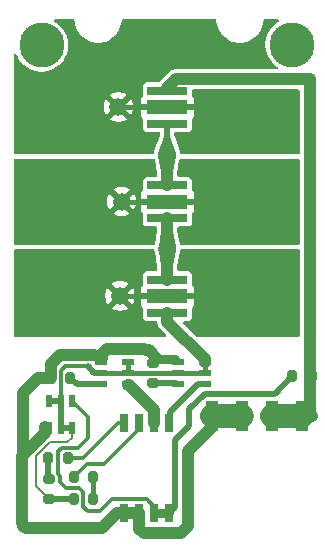
<source format=gbr>
%TF.GenerationSoftware,KiCad,Pcbnew,9.0.2*%
%TF.CreationDate,2025-07-08T20:16:39+08:00*%
%TF.ProjectId,Mothbeam,4d6f7468-6265-4616-9d2e-6b696361645f,rev?*%
%TF.SameCoordinates,Original*%
%TF.FileFunction,Copper,L1,Top*%
%TF.FilePolarity,Positive*%
%FSLAX46Y46*%
G04 Gerber Fmt 4.6, Leading zero omitted, Abs format (unit mm)*
G04 Created by KiCad (PCBNEW 9.0.2) date 2025-07-08 20:16:39*
%MOMM*%
%LPD*%
G01*
G04 APERTURE LIST*
G04 Aperture macros list*
%AMRoundRect*
0 Rectangle with rounded corners*
0 $1 Rounding radius*
0 $2 $3 $4 $5 $6 $7 $8 $9 X,Y pos of 4 corners*
0 Add a 4 corners polygon primitive as box body*
4,1,4,$2,$3,$4,$5,$6,$7,$8,$9,$2,$3,0*
0 Add four circle primitives for the rounded corners*
1,1,$1+$1,$2,$3*
1,1,$1+$1,$4,$5*
1,1,$1+$1,$6,$7*
1,1,$1+$1,$8,$9*
0 Add four rect primitives between the rounded corners*
20,1,$1+$1,$2,$3,$4,$5,0*
20,1,$1+$1,$4,$5,$6,$7,0*
20,1,$1+$1,$6,$7,$8,$9,0*
20,1,$1+$1,$8,$9,$2,$3,0*%
G04 Aperture macros list end*
%TA.AperFunction,Conductor*%
%ADD10C,0.200000*%
%TD*%
%TA.AperFunction,ComponentPad*%
%ADD11C,3.800000*%
%TD*%
%TA.AperFunction,SMDPad,CuDef*%
%ADD12R,0.760000X1.500000*%
%TD*%
%TA.AperFunction,SMDPad,CuDef*%
%ADD13RoundRect,0.200000X0.200000X0.275000X-0.200000X0.275000X-0.200000X-0.275000X0.200000X-0.275000X0*%
%TD*%
%TA.AperFunction,SMDPad,CuDef*%
%ADD14C,1.500000*%
%TD*%
%TA.AperFunction,SMDPad,CuDef*%
%ADD15R,0.530000X1.070000*%
%TD*%
%TA.AperFunction,SMDPad,CuDef*%
%ADD16RoundRect,0.200000X0.275000X-0.200000X0.275000X0.200000X-0.275000X0.200000X-0.275000X-0.200000X0*%
%TD*%
%TA.AperFunction,SMDPad,CuDef*%
%ADD17RoundRect,0.200000X-0.200000X-0.275000X0.200000X-0.275000X0.200000X0.275000X-0.200000X0.275000X0*%
%TD*%
%TA.AperFunction,SMDPad,CuDef*%
%ADD18R,1.000000X2.540000*%
%TD*%
%TA.AperFunction,SMDPad,CuDef*%
%ADD19R,3.450000X0.700000*%
%TD*%
%TA.AperFunction,SMDPad,CuDef*%
%ADD20R,3.450000X1.300000*%
%TD*%
%TA.AperFunction,SMDPad,CuDef*%
%ADD21R,1.070000X0.530000*%
%TD*%
%TA.AperFunction,Conductor*%
%ADD22C,0.203200*%
%TD*%
%TA.AperFunction,Conductor*%
%ADD23C,0.500000*%
%TD*%
%TA.AperFunction,Conductor*%
%ADD24C,0.304800*%
%TD*%
%TA.AperFunction,Conductor*%
%ADD25C,0.400000*%
%TD*%
%TA.AperFunction,Conductor*%
%ADD26C,1.000000*%
%TD*%
%TA.AperFunction,Conductor*%
%ADD27C,2.032000*%
%TD*%
%TA.AperFunction,Conductor*%
%ADD28C,0.800000*%
%TD*%
%TA.AperFunction,Conductor*%
%ADD29C,0.250000*%
%TD*%
G04 APERTURE END LIST*
D10*
%TO.N,/LED-*%
X7850000Y44650000D02*
X7800000Y44600000D01*
%TD*%
D11*
%TO.P,REF\u002A\u002A,1*%
%TO.N,N/C*%
X-2900000Y67300000D03*
%TD*%
D12*
%TO.P,SW2,1,1*%
%TO.N,Net-(U3-EN)*%
X7921776Y35283463D03*
%TO.P,SW2,2,2*%
%TO.N,Net-(U2-EN)*%
X6651776Y35283463D03*
%TO.P,SW2,3,3*%
%TO.N,Net-(R6-Pad2)*%
X5381776Y35283463D03*
%TO.P,SW2,4,4*%
%TO.N,Net-(R4-Pad2)*%
X4101776Y35283463D03*
%TO.P,SW2,5,5*%
%TO.N,GND*%
X4101776Y27663463D03*
%TO.P,SW2,6,6*%
X5381776Y27663463D03*
%TO.P,SW2,7,7*%
%TO.N,EN*%
X6651776Y27663463D03*
%TO.P,SW2,8,8*%
X7921776Y27663463D03*
%TD*%
D13*
%TO.P,R6,1*%
%TO.N,Net-(R2-Pad2)*%
X1475000Y30700000D03*
%TO.P,R6,2*%
%TO.N,Net-(R6-Pad2)*%
X-175000Y30700000D03*
%TD*%
D11*
%TO.P,REF\u002A\u002A,1*%
%TO.N,N/C*%
X18300000Y67350000D03*
%TD*%
D13*
%TO.P,R9,1*%
%TO.N,Net-(U2-REXT)*%
X-465893Y39150000D03*
%TO.P,R9,2*%
%TO.N,GND*%
X-2115893Y39150000D03*
%TD*%
D14*
%TO.P,TP1,1,1*%
%TO.N,Net-(D2-A)*%
X7750000Y50050000D03*
%TD*%
%TO.P,TP2,1,1*%
%TO.N,/T1*%
X3610000Y62060000D03*
%TD*%
%TO.P,TP5,1,1*%
%TO.N,/T3*%
X3740000Y46070000D03*
%TD*%
D15*
%TO.P,U1,1,EN*%
%TO.N,EN*%
X-340893Y37150000D03*
%TO.P,U1,2,OUT*%
%TO.N,/LED-*%
X-1290893Y37150000D03*
%TO.P,U1,3,OUT*%
X-2240893Y37150000D03*
%TO.P,U1,4,GND*%
%TO.N,GND*%
X-2240893Y34850000D03*
%TO.P,U1,5,OUT*%
%TO.N,/LED-*%
X-1290893Y34850000D03*
%TO.P,U1,6,REXT*%
X-340893Y34850000D03*
%TD*%
D14*
%TO.P,TP3,1,1*%
%TO.N,Net-(D1--)*%
X7724600Y58050000D03*
%TD*%
D16*
%TO.P,R1,1*%
%TO.N,Net-(U3-REXT)*%
X6537500Y38725000D03*
%TO.P,R1,2*%
%TO.N,GND*%
X6537500Y40375000D03*
%TD*%
D17*
%TO.P,R4,1*%
%TO.N,Net-(R3-Pad2)*%
X-2325000Y32350000D03*
%TO.P,R4,2*%
%TO.N,Net-(R4-Pad2)*%
X-675000Y32350000D03*
%TD*%
D18*
%TO.P,CN1,1,1*%
%TO.N,GND*%
X11540000Y35877500D03*
%TO.P,CN1,2,2*%
X14080000Y35877500D03*
%TO.P,CN1,3,3*%
%TO.N,/LED+*%
X16620000Y35877500D03*
%TO.P,CN1,4,4*%
X19160000Y35877500D03*
%TD*%
D13*
%TO.P,R5,1*%
%TO.N,/LED+*%
X19975000Y39300000D03*
%TO.P,R5,2*%
%TO.N,EN*%
X18325000Y39300000D03*
%TD*%
D19*
%TO.P,D1,1,+*%
%TO.N,/LED+*%
X7750000Y63450000D03*
%TO.P,D1,2,-*%
%TO.N,Net-(D1--)*%
X7750000Y60650000D03*
D20*
%TO.P,D1,3,nc*%
%TO.N,/T1*%
X7750000Y62050000D03*
%TD*%
D21*
%TO.P,U2,1,EN*%
%TO.N,Net-(U2-EN)*%
X4437500Y38600000D03*
%TO.P,U2,2,OUT*%
%TO.N,/LED-*%
X4437500Y39550000D03*
%TO.P,U2,3,OUT*%
X4437500Y40500000D03*
%TO.P,U2,4,GND*%
%TO.N,GND*%
X2137500Y40500000D03*
%TO.P,U2,5,OUT*%
%TO.N,/LED-*%
X2137500Y39550000D03*
%TO.P,U2,6,REXT*%
%TO.N,Net-(U2-REXT)*%
X2137500Y38600000D03*
%TD*%
D16*
%TO.P,R3,1*%
%TO.N,/LED-*%
X-2300000Y28900000D03*
%TO.P,R3,2*%
%TO.N,Net-(R3-Pad2)*%
X-2300000Y30550000D03*
%TD*%
D19*
%TO.P,D2,1,A*%
%TO.N,Net-(D1--)*%
X7750000Y55450000D03*
%TO.P,D2,2,K*%
%TO.N,Net-(D2-A)*%
X7750000Y52650000D03*
D20*
%TO.P,D2,3,3*%
%TO.N,/T2*%
X7750000Y54050000D03*
%TD*%
D14*
%TO.P,TP4,1,1*%
%TO.N,/T2*%
X3870000Y54050000D03*
%TD*%
D19*
%TO.P,D3,1,+*%
%TO.N,Net-(D2-A)*%
X7750000Y47450000D03*
%TO.P,D3,2,-*%
%TO.N,/LED-*%
X7750000Y44650000D03*
D20*
%TO.P,D3,3,nc*%
%TO.N,/T3*%
X7750000Y46050000D03*
%TD*%
D17*
%TO.P,R2,1*%
%TO.N,/LED-*%
X-175000Y28900000D03*
%TO.P,R2,2*%
%TO.N,Net-(R2-Pad2)*%
X1475000Y28900000D03*
%TD*%
D21*
%TO.P,U3,1,EN*%
%TO.N,Net-(U3-EN)*%
X10937500Y38600000D03*
%TO.P,U3,2,OUT*%
%TO.N,/LED-*%
X10937500Y39550000D03*
%TO.P,U3,3,OUT*%
X10937500Y40500000D03*
%TO.P,U3,4,GND*%
%TO.N,GND*%
X8637500Y40500000D03*
%TO.P,U3,5,OUT*%
%TO.N,/LED-*%
X8637500Y39550000D03*
%TO.P,U3,6,REXT*%
%TO.N,Net-(U3-REXT)*%
X8637500Y38600000D03*
%TD*%
D22*
%TO.N,/LED-*%
X-2225121Y33678933D02*
X-711961Y33678933D01*
D23*
X-175000Y28900000D02*
X-2300000Y28900000D01*
D24*
X-1250000Y39750000D02*
X-900000Y40100000D01*
D22*
X-2300000Y28900000D02*
X-3400000Y30000000D01*
D25*
X4437500Y39550000D02*
X4437500Y40500000D01*
D24*
X-1250000Y37190893D02*
X-1250000Y39750000D01*
D25*
X4437500Y39550000D02*
X8637500Y39550000D01*
D22*
X-3400000Y32504054D02*
X-2225121Y33678933D01*
D26*
X10937500Y40500000D02*
X10937500Y40712500D01*
X7750000Y43900000D02*
X7750000Y44650000D01*
D23*
X-1290893Y34850000D02*
X-1290893Y37150000D01*
X1000000Y40100000D02*
X1550000Y39550000D01*
X-1290893Y34850000D02*
X-340893Y34850000D01*
D22*
X-711961Y33678933D02*
X-340893Y34050001D01*
D24*
X-900000Y40100000D02*
X1000000Y40100000D01*
D26*
X10937500Y40712500D02*
X7750000Y43900000D01*
D23*
X-2240893Y37150000D02*
X-1290893Y37150000D01*
D22*
X-340893Y34050001D02*
X-340893Y34850000D01*
D25*
X8637500Y39550000D02*
X10937500Y39550000D01*
X10937500Y39550000D02*
X10937500Y40500000D01*
D22*
X-3400000Y30000000D02*
X-3400000Y32504054D01*
D23*
X1550000Y39550000D02*
X2137500Y39550000D01*
D25*
X2137500Y39550000D02*
X4437500Y39550000D01*
D23*
%TO.N,Net-(U3-REXT)*%
X6537500Y38725000D02*
X8512500Y38725000D01*
D26*
%TO.N,/LED+*%
X19972500Y35877500D02*
X19160000Y35877500D01*
D27*
X19160000Y35877500D02*
X16620000Y35877500D01*
D26*
X8500000Y64400000D02*
X19800000Y64400000D01*
X19800000Y36050000D02*
X19972500Y35877500D01*
X19800000Y64400000D02*
X19800000Y36050000D01*
X7750000Y63650000D02*
X8500000Y64400000D01*
D24*
%TO.N,EN*%
X6646776Y28203224D02*
X6000000Y28850000D01*
X1000000Y27850000D02*
X650000Y28200000D01*
X-1350000Y30863168D02*
X-1500000Y31013168D01*
X2050000Y27850000D02*
X1000000Y27850000D01*
X-1350000Y30350000D02*
X-1350000Y30863168D01*
X1000000Y34050000D02*
X1000000Y35809107D01*
D23*
X8435109Y33859254D02*
X9600000Y35024145D01*
D28*
X7916776Y27663463D02*
X6646776Y27663463D01*
D23*
X8435109Y28181796D02*
X8435109Y33859254D01*
X9600000Y36500000D02*
X10900000Y37800000D01*
D24*
X150000Y33200000D02*
X1000000Y34050000D01*
D23*
X7916776Y27663463D02*
X8435109Y28181796D01*
D24*
X-1500000Y32900000D02*
X-1200000Y33200000D01*
X-1500000Y31013168D02*
X-1500000Y32900000D01*
D23*
X16825000Y37800000D02*
X18325000Y39300000D01*
D24*
X650000Y29450000D02*
X280199Y29819801D01*
X3050000Y28850000D02*
X2050000Y27850000D01*
X-1200000Y33200000D02*
X150000Y33200000D01*
X-819801Y29819801D02*
X-1350000Y30350000D01*
X1000000Y35809107D02*
X-340893Y37150000D01*
X280199Y29819801D02*
X-819801Y29819801D01*
X650000Y28200000D02*
X650000Y29450000D01*
X6646776Y27663463D02*
X6646776Y28203224D01*
D23*
X10900000Y37800000D02*
X16825000Y37800000D01*
X9600000Y35024145D02*
X9600000Y36500000D01*
D24*
X6000000Y28850000D02*
X3050000Y28850000D01*
D26*
%TO.N,GND*%
X11540000Y34990000D02*
X9475474Y32925474D01*
X8900000Y26000000D02*
X5750000Y26000000D01*
X2250000Y26400000D02*
X-4250000Y26400000D01*
X9475474Y26575474D02*
X8900000Y26000000D01*
X-4550000Y32540893D02*
X-2600000Y34490893D01*
X-1350000Y41100000D02*
X1537500Y41100000D01*
X5918187Y41481813D02*
X5800000Y41600000D01*
X5750000Y26000000D02*
X5376776Y26373224D01*
X-4250000Y26400000D02*
X-4450000Y26600000D01*
D27*
X14080000Y35877500D02*
X11540000Y35877500D01*
D26*
X-2115893Y40334107D02*
X-1350000Y41100000D01*
X-4450000Y26700000D02*
X-4550000Y26800000D01*
X4106776Y27663463D02*
X3513463Y27663463D01*
X3513463Y27663463D02*
X2250000Y26400000D01*
X-4500000Y37850000D02*
X-4500000Y32590893D01*
X-4500000Y32590893D02*
X-4550000Y32540893D01*
X-4450000Y26600000D02*
X-4450000Y26700000D01*
X5376776Y26373224D02*
X5376776Y27408463D01*
X-2115893Y39150000D02*
X-2115893Y40334107D01*
X-3200000Y39150000D02*
X-4500000Y37850000D01*
X-4550000Y26800000D02*
X-4550000Y32540893D01*
X2650000Y41600000D02*
X2200000Y41150000D01*
X2200000Y41150000D02*
X2200000Y40850000D01*
X4106776Y27663463D02*
X5376776Y27663463D01*
X-2115893Y39150000D02*
X-3200000Y39150000D01*
X9475474Y32925474D02*
X9475474Y26575474D01*
X-2600000Y34490893D02*
X-2600000Y35000000D01*
X6180687Y41481813D02*
X5918187Y41481813D01*
X11540000Y35877500D02*
X11540000Y34990000D01*
D28*
X6912500Y40750000D02*
X8387500Y40750000D01*
D26*
X6912500Y40750000D02*
X6180687Y41481813D01*
X5800000Y41600000D02*
X2650000Y41600000D01*
D24*
%TO.N,Net-(R4-Pad2)*%
X-675000Y32350000D02*
X600000Y32350000D01*
X600000Y32350000D02*
X3533463Y35283463D01*
X3533463Y35283463D02*
X4106776Y35283463D01*
D23*
%TO.N,Net-(U2-REXT)*%
X84107Y38600000D02*
X-465893Y39150000D01*
X2137500Y38600000D02*
X84107Y38600000D01*
D25*
%TO.N,/T1*%
X11250000Y62050000D02*
X7750000Y62050000D01*
X7750000Y62050000D02*
X3500000Y62050000D01*
%TO.N,/T2*%
X11250000Y54050000D02*
X7750000Y54050000D01*
X7750000Y54050000D02*
X4500000Y54050000D01*
%TO.N,/T3*%
X11250000Y46050000D02*
X7750000Y46050000D01*
X7750000Y46050000D02*
X4250000Y46050000D01*
D24*
%TO.N,Net-(R6-Pad2)*%
X5376776Y34826776D02*
X2400000Y31850000D01*
X975000Y31850000D02*
X-175000Y30700000D01*
X5376776Y35028463D02*
X5376776Y34826776D01*
X2400000Y31850000D02*
X975000Y31850000D01*
D25*
%TO.N,Net-(R2-Pad2)*%
X1475000Y28900000D02*
X1475000Y30500000D01*
D23*
%TO.N,Net-(R3-Pad2)*%
X-2325000Y32350000D02*
X-2325000Y30575000D01*
X-2325000Y30575000D02*
X-2300000Y30550000D01*
D26*
%TO.N,Net-(U2-EN)*%
X6646776Y35283463D02*
X6646776Y36390724D01*
X6646776Y36390724D02*
X4488500Y38549000D01*
X4488500Y38549000D02*
X4437500Y38549000D01*
D23*
%TO.N,Net-(U3-EN)*%
X7954276Y36204276D02*
X7954276Y35320963D01*
X7954276Y36204276D02*
X10350000Y38600000D01*
X7954276Y35320963D02*
X7916776Y35283463D01*
X10350000Y38600000D02*
X10650000Y38600000D01*
%TO.N,Net-(D1--)*%
X7750000Y60665000D02*
X7750000Y58075400D01*
D26*
X7724600Y58050000D02*
X7724600Y55475400D01*
D29*
%TO.N,Net-(D2-A)*%
X7608800Y50596200D02*
X7724600Y50712000D01*
D26*
X7750000Y52650000D02*
X7750000Y50050000D01*
X7750000Y50050000D02*
X7750000Y47450000D01*
%TD*%
%TA.AperFunction,Conductor*%
%TO.N,/T2*%
G36*
X8944723Y57694500D02*
G01*
X8944724Y57694500D01*
X18825500Y57694500D01*
X18892539Y57674815D01*
X18938294Y57622011D01*
X18949500Y57570500D01*
X18949500Y50529500D01*
X18929815Y50462461D01*
X18877011Y50416706D01*
X18825500Y50405500D01*
X8970123Y50405500D01*
X8922858Y50402290D01*
X8854640Y50417385D01*
X8805412Y50466967D01*
X8792331Y50504521D01*
X8602375Y51584384D01*
X8600500Y51605867D01*
X8600500Y51825500D01*
X8620185Y51892539D01*
X8672989Y51938294D01*
X8724500Y51949500D01*
X9508261Y51949500D01*
X9530971Y51952809D01*
X9576393Y51959427D01*
X9681483Y52010802D01*
X9764198Y52093517D01*
X9815573Y52198607D01*
X9825500Y52266740D01*
X9825500Y52992605D01*
X9845185Y53059643D01*
X9850233Y53066915D01*
X9918353Y53157912D01*
X9918354Y53157914D01*
X9968596Y53292621D01*
X9968598Y53292628D01*
X9974999Y53352156D01*
X9975000Y53352173D01*
X9975000Y53800000D01*
X5525000Y53800000D01*
X5525000Y53352156D01*
X5531401Y53292628D01*
X5531403Y53292621D01*
X5581645Y53157914D01*
X5581647Y53157911D01*
X5649766Y53066917D01*
X5674184Y53001453D01*
X5674500Y52992605D01*
X5674500Y52266740D01*
X5684426Y52198609D01*
X5735803Y52093515D01*
X5818514Y52010804D01*
X5818515Y52010804D01*
X5818517Y52010802D01*
X5923607Y51959427D01*
X5957673Y51954464D01*
X5991739Y51949500D01*
X5991740Y51949500D01*
X6775500Y51949500D01*
X6784185Y51946950D01*
X6793147Y51948238D01*
X6817187Y51937260D01*
X6842539Y51929815D01*
X6848466Y51922975D01*
X6856703Y51919213D01*
X6870992Y51896979D01*
X6888294Y51877011D01*
X6890581Y51866497D01*
X6894477Y51860435D01*
X6899500Y51825500D01*
X6899500Y51605867D01*
X6897625Y51584384D01*
X6707112Y50501369D01*
X6676110Y50438754D01*
X6616178Y50402839D01*
X6567342Y50400114D01*
X6529879Y50405500D01*
X6529876Y50405500D01*
X-5138063Y50405500D01*
X-5205102Y50425185D01*
X-5250857Y50477989D01*
X-5262063Y50529500D01*
X-5262063Y53006323D01*
X3179873Y53006323D01*
X3179873Y53006322D01*
X3214858Y52980904D01*
X3390164Y52891582D01*
X3577294Y52830779D01*
X3771618Y52800000D01*
X3968382Y52800000D01*
X4162705Y52830779D01*
X4349835Y52891582D01*
X4525143Y52980905D01*
X4560125Y53006322D01*
X4560126Y53006322D01*
X3870001Y53696447D01*
X3870000Y53696447D01*
X3179873Y53006323D01*
X-5262063Y53006323D01*
X-5262063Y54148383D01*
X2620000Y54148383D01*
X2620000Y53951618D01*
X2650778Y53757295D01*
X2711581Y53570165D01*
X2800905Y53394855D01*
X2826319Y53359875D01*
X2826320Y53359875D01*
X3516446Y54050000D01*
X3516446Y54050001D01*
X4223553Y54050001D01*
X4223553Y54050000D01*
X4913678Y53359874D01*
X4913678Y53359875D01*
X4939095Y53394857D01*
X5028418Y53570165D01*
X5089221Y53757295D01*
X5120000Y53951618D01*
X5120000Y54148383D01*
X5089221Y54342706D01*
X5028418Y54529836D01*
X4939096Y54705142D01*
X4913678Y54740127D01*
X4913677Y54740127D01*
X4223553Y54050001D01*
X3516446Y54050001D01*
X2826320Y54740128D01*
X2826320Y54740127D01*
X2800902Y54705141D01*
X2800899Y54705137D01*
X2711582Y54529839D01*
X2650778Y54342706D01*
X2620000Y54148383D01*
X-5262063Y54148383D01*
X-5262063Y55093680D01*
X3179872Y55093680D01*
X3870000Y54403554D01*
X3870001Y54403554D01*
X4560125Y55093680D01*
X4560125Y55093681D01*
X4525145Y55119095D01*
X4349835Y55208419D01*
X4162705Y55269222D01*
X3968382Y55300000D01*
X3771618Y55300000D01*
X3577294Y55269222D01*
X3390161Y55208418D01*
X3214863Y55119101D01*
X3214859Y55119098D01*
X3179873Y55093680D01*
X3179872Y55093680D01*
X-5262063Y55093680D01*
X-5262063Y57570500D01*
X-5242378Y57637539D01*
X-5189574Y57683294D01*
X-5138063Y57694500D01*
X6504466Y57694500D01*
X6504476Y57694500D01*
X6551741Y57697711D01*
X6619955Y57682617D01*
X6669185Y57633037D01*
X6682267Y57595480D01*
X6872225Y56515615D01*
X6874100Y56494133D01*
X6874100Y56274500D01*
X6854415Y56207461D01*
X6801611Y56161706D01*
X6750100Y56150500D01*
X5991739Y56150500D01*
X5923608Y56140574D01*
X5818514Y56089197D01*
X5735803Y56006486D01*
X5684426Y55901392D01*
X5674500Y55833261D01*
X5674500Y55107396D01*
X5654815Y55040357D01*
X5649767Y55033085D01*
X5581646Y54942089D01*
X5581645Y54942087D01*
X5531403Y54807380D01*
X5531401Y54807373D01*
X5525000Y54747845D01*
X5525000Y54300000D01*
X9975000Y54300000D01*
X9975000Y54747828D01*
X9974999Y54747845D01*
X9968598Y54807373D01*
X9968596Y54807380D01*
X9918354Y54942087D01*
X9918353Y54942089D01*
X9850233Y55033085D01*
X9825816Y55098549D01*
X9825500Y55107396D01*
X9825500Y55833261D01*
X9815573Y55901392D01*
X9815573Y55901393D01*
X9764198Y56006483D01*
X9764196Y56006485D01*
X9764196Y56006486D01*
X9681485Y56089197D01*
X9576391Y56140574D01*
X9508261Y56150500D01*
X9508260Y56150500D01*
X8699100Y56150500D01*
X8690414Y56153051D01*
X8681453Y56151762D01*
X8657412Y56162741D01*
X8632061Y56170185D01*
X8626133Y56177026D01*
X8617897Y56180787D01*
X8603607Y56203022D01*
X8586306Y56222989D01*
X8584018Y56233504D01*
X8580123Y56239565D01*
X8575100Y56274500D01*
X8575100Y56494133D01*
X8576975Y56515616D01*
X8767486Y57598636D01*
X8798486Y57661248D01*
X8858419Y57697163D01*
X8907257Y57699887D01*
X8944723Y57694500D01*
G37*
%TD.AperFunction*%
%TD*%
%TA.AperFunction,Conductor*%
%TO.N,Net-(D1--)*%
G36*
X8448986Y57905926D02*
G01*
X8456423Y57900942D01*
X8458209Y57892428D01*
X8226302Y56574084D01*
X8221494Y56566530D01*
X8214779Y56564411D01*
X7234421Y56564411D01*
X7226148Y56567838D01*
X7222898Y56574084D01*
X6990990Y57892430D01*
X6992932Y57901170D01*
X7000212Y57905926D01*
X7722303Y58050540D01*
X7726897Y58050540D01*
X8448986Y57905926D01*
G37*
%TD.AperFunction*%
%TD*%
%TA.AperFunction,Conductor*%
%TO.N,Net-(D2-A)*%
G36*
X8248452Y51532162D02*
G01*
X8251702Y51525916D01*
X8483609Y50207573D01*
X8481667Y50198831D01*
X8474384Y50194074D01*
X7752298Y50049461D01*
X7747702Y50049461D01*
X7143214Y50170523D01*
X7025614Y50194075D01*
X7018176Y50199059D01*
X7016390Y50207571D01*
X7248298Y51525917D01*
X7253106Y51533470D01*
X7259821Y51535589D01*
X8240179Y51535589D01*
X8248452Y51532162D01*
G37*
%TD.AperFunction*%
%TD*%
%TA.AperFunction,Conductor*%
%TO.N,Net-(D1--)*%
G36*
X7999922Y59532162D02*
G01*
X8002714Y59527691D01*
X8455843Y58208966D01*
X8455291Y58200028D01*
X8448580Y58194099D01*
X8447076Y58193692D01*
X7726898Y58049461D01*
X7722302Y58049461D01*
X7002575Y58193602D01*
X6995136Y58198587D01*
X6993401Y58207372D01*
X6993938Y58209233D01*
X7497127Y59528061D01*
X7503278Y59534568D01*
X7508058Y59535589D01*
X7991649Y59535589D01*
X7999922Y59532162D01*
G37*
%TD.AperFunction*%
%TD*%
%TA.AperFunction,Conductor*%
%TO.N,Net-(D2-A)*%
G36*
X8474386Y49905926D02*
G01*
X8481823Y49900942D01*
X8483609Y49892428D01*
X8251702Y48574084D01*
X8246894Y48566530D01*
X8240179Y48564411D01*
X7259821Y48564411D01*
X7251548Y48567838D01*
X7248298Y48574084D01*
X7016390Y49892430D01*
X7018332Y49901170D01*
X7025612Y49905926D01*
X7747703Y50050540D01*
X7752297Y50050540D01*
X8474386Y49905926D01*
G37*
%TD.AperFunction*%
%TD*%
%TA.AperFunction,Conductor*%
%TO.N,/T1*%
G36*
X-167461Y69489815D02*
G01*
X-121706Y69437011D01*
X-110500Y69385500D01*
X-110500Y69373161D01*
X-95066Y69260867D01*
X-83297Y69175239D01*
X-73235Y69102036D01*
X-73234Y69102030D01*
X602Y68838507D01*
X109633Y68587491D01*
X251829Y68353659D01*
X424542Y68141366D01*
X424545Y68141364D01*
X424546Y68141362D01*
X526437Y68046202D01*
X624560Y67954561D01*
X848135Y67796745D01*
X848141Y67796741D01*
X848143Y67796740D01*
X1091136Y67670831D01*
X1091139Y67670830D01*
X1349004Y67579184D01*
X1349020Y67579179D01*
X1539255Y67539649D01*
X1616960Y67523502D01*
X1616961Y67523501D01*
X1634441Y67522306D01*
X1890000Y67504825D01*
X2163038Y67523501D01*
X2283620Y67548559D01*
X2430979Y67579179D01*
X2430985Y67579182D01*
X2430990Y67579182D01*
X2688864Y67670831D01*
X2931857Y67796740D01*
X3155442Y67954563D01*
X3355454Y68141362D01*
X3528168Y68353655D01*
X3670365Y68587489D01*
X3779398Y68838508D01*
X3853235Y69102035D01*
X3889770Y69367853D01*
X3890500Y69373161D01*
X3890500Y69385500D01*
X3910185Y69452539D01*
X3962989Y69498294D01*
X4014500Y69509500D01*
X11765500Y69509500D01*
X11832539Y69489815D01*
X11878294Y69437011D01*
X11889500Y69385500D01*
X11889500Y69373161D01*
X11904934Y69260867D01*
X11916703Y69175239D01*
X11926765Y69102036D01*
X11926766Y69102030D01*
X12000602Y68838507D01*
X12109633Y68587491D01*
X12251829Y68353659D01*
X12424542Y68141366D01*
X12424545Y68141364D01*
X12424546Y68141362D01*
X12526437Y68046202D01*
X12624560Y67954561D01*
X12848135Y67796745D01*
X12848141Y67796741D01*
X12848143Y67796740D01*
X13091136Y67670831D01*
X13091139Y67670830D01*
X13349004Y67579184D01*
X13349020Y67579179D01*
X13539255Y67539649D01*
X13616960Y67523502D01*
X13616961Y67523501D01*
X13634441Y67522306D01*
X13890000Y67504825D01*
X14163038Y67523501D01*
X14283620Y67548559D01*
X14430979Y67579179D01*
X14430985Y67579182D01*
X14430990Y67579182D01*
X14688864Y67670831D01*
X14931857Y67796740D01*
X15155442Y67954563D01*
X15355454Y68141362D01*
X15528168Y68353655D01*
X15670365Y68587489D01*
X15779398Y68838508D01*
X15853235Y69102035D01*
X15889770Y69367853D01*
X15890500Y69373161D01*
X15890500Y69385500D01*
X15910185Y69452539D01*
X15962989Y69498294D01*
X16014500Y69509500D01*
X17076588Y69509500D01*
X17143627Y69489815D01*
X17189382Y69437011D01*
X17199326Y69367853D01*
X17170301Y69304297D01*
X17138588Y69278113D01*
X17047006Y69225239D01*
X16812959Y69045648D01*
X16812952Y69045642D01*
X16604358Y68837048D01*
X16604352Y68837041D01*
X16424761Y68602994D01*
X16277258Y68347511D01*
X16277254Y68347501D01*
X16164364Y68074962D01*
X16164361Y68074952D01*
X16142956Y67995065D01*
X16088008Y67789996D01*
X16088006Y67789985D01*
X16049500Y67497514D01*
X16049500Y67202487D01*
X16081571Y66958887D01*
X16088007Y66910007D01*
X16101405Y66860005D01*
X16164361Y66625049D01*
X16164364Y66625039D01*
X16277254Y66352500D01*
X16277258Y66352490D01*
X16424761Y66097007D01*
X16604352Y65862960D01*
X16604358Y65862953D01*
X16812952Y65654359D01*
X16812959Y65654353D01*
X17049464Y65472876D01*
X17090667Y65416448D01*
X17094822Y65346702D01*
X17060610Y65285782D01*
X16998892Y65253029D01*
X16973978Y65250500D01*
X8416228Y65250500D01*
X8251925Y65217818D01*
X8251913Y65217815D01*
X8206583Y65199038D01*
X8097143Y65153708D01*
X8097137Y65153705D01*
X8097137Y65153704D01*
X7964006Y65064747D01*
X7957831Y65060621D01*
X7085065Y64187855D01*
X7083282Y64189638D01*
X7034657Y64156506D01*
X6996534Y64150500D01*
X5991739Y64150500D01*
X5923608Y64140574D01*
X5818514Y64089197D01*
X5735803Y64006486D01*
X5684426Y63901392D01*
X5674500Y63833261D01*
X5674500Y63107396D01*
X5654815Y63040357D01*
X5649767Y63033085D01*
X5581646Y62942089D01*
X5581645Y62942087D01*
X5531403Y62807380D01*
X5531401Y62807373D01*
X5525000Y62747845D01*
X5525000Y62300000D01*
X9975000Y62300000D01*
X9975000Y62747828D01*
X9974999Y62747845D01*
X9968598Y62807373D01*
X9968596Y62807380D01*
X9918354Y62942087D01*
X9918353Y62942089D01*
X9850233Y63033085D01*
X9825816Y63098549D01*
X9825500Y63107396D01*
X9825500Y63425500D01*
X9845185Y63492539D01*
X9897989Y63538294D01*
X9949500Y63549500D01*
X18825500Y63549500D01*
X18892539Y63529815D01*
X18938294Y63477011D01*
X18949500Y63425500D01*
X18949500Y58174000D01*
X18929815Y58106961D01*
X18877011Y58061206D01*
X18825500Y58050000D01*
X8944723Y58050000D01*
X8877684Y58069685D01*
X8831929Y58122489D01*
X8822250Y58154603D01*
X8798003Y58307697D01*
X8798002Y58307698D01*
X8798002Y58307699D01*
X8798002Y58307701D01*
X8744473Y58472445D01*
X8738405Y58484354D01*
X8731619Y58500355D01*
X8357230Y59589929D01*
X8356619Y59593583D01*
X8355523Y59595289D01*
X8350500Y59630224D01*
X8350500Y59825500D01*
X8370185Y59892539D01*
X8422989Y59938294D01*
X8474500Y59949500D01*
X9508261Y59949500D01*
X9530971Y59952809D01*
X9576393Y59959427D01*
X9681483Y60010802D01*
X9764198Y60093517D01*
X9815573Y60198607D01*
X9825500Y60266740D01*
X9825500Y60992605D01*
X9845185Y61059643D01*
X9850233Y61066915D01*
X9918353Y61157912D01*
X9918354Y61157914D01*
X9968596Y61292621D01*
X9968598Y61292628D01*
X9974999Y61352156D01*
X9975000Y61352173D01*
X9975000Y61800000D01*
X5525000Y61800000D01*
X5525000Y61352156D01*
X5531401Y61292628D01*
X5531403Y61292621D01*
X5581645Y61157914D01*
X5581647Y61157911D01*
X5649766Y61066917D01*
X5674184Y61001453D01*
X5674500Y60992605D01*
X5674500Y60266740D01*
X5684426Y60198609D01*
X5735803Y60093515D01*
X5818514Y60010804D01*
X5818515Y60010804D01*
X5818517Y60010802D01*
X5923607Y59959427D01*
X5957673Y59954464D01*
X5991739Y59949500D01*
X5991740Y59949500D01*
X7025500Y59949500D01*
X7034185Y59946950D01*
X7043147Y59948238D01*
X7067187Y59937260D01*
X7092539Y59929815D01*
X7098466Y59922975D01*
X7106703Y59919213D01*
X7120992Y59896979D01*
X7138294Y59877011D01*
X7140581Y59866497D01*
X7144477Y59860435D01*
X7149500Y59825500D01*
X7149500Y59637065D01*
X7141354Y59592862D01*
X6743478Y58550056D01*
X6738110Y58537967D01*
X6704726Y58472446D01*
X6704726Y58472444D01*
X6651198Y58307702D01*
X6651197Y58307699D01*
X6648666Y58291725D01*
X6648170Y58288587D01*
X6641170Y58255468D01*
X6641446Y58246134D01*
X6639630Y58234669D01*
X6639629Y58234667D01*
X6626949Y58154603D01*
X6597020Y58091468D01*
X6537709Y58054536D01*
X6504476Y58050000D01*
X-5138063Y58050000D01*
X-5205102Y58069685D01*
X-5250857Y58122489D01*
X-5262063Y58174000D01*
X-5262063Y61016323D01*
X2919873Y61016323D01*
X2919873Y61016322D01*
X2954858Y60990904D01*
X3130164Y60901582D01*
X3317294Y60840779D01*
X3511618Y60810000D01*
X3708382Y60810000D01*
X3902705Y60840779D01*
X4089835Y60901582D01*
X4265143Y60990905D01*
X4300125Y61016322D01*
X4300126Y61016322D01*
X3610001Y61706447D01*
X3610000Y61706447D01*
X2919873Y61016323D01*
X-5262063Y61016323D01*
X-5262063Y62158383D01*
X2360000Y62158383D01*
X2360000Y61961618D01*
X2390778Y61767295D01*
X2451581Y61580165D01*
X2540905Y61404855D01*
X2566319Y61369875D01*
X2566320Y61369875D01*
X3256446Y62060000D01*
X3256446Y62060001D01*
X3963553Y62060001D01*
X3963553Y62059999D01*
X4653678Y61369874D01*
X4653678Y61369875D01*
X4679095Y61404857D01*
X4768418Y61580165D01*
X4829221Y61767295D01*
X4860000Y61961618D01*
X4860000Y62158383D01*
X4829221Y62352706D01*
X4768418Y62539836D01*
X4679096Y62715142D01*
X4653678Y62750127D01*
X4653677Y62750127D01*
X3963553Y62060001D01*
X3256446Y62060001D01*
X2566320Y62750128D01*
X2566320Y62750127D01*
X2540902Y62715141D01*
X2540899Y62715137D01*
X2451582Y62539839D01*
X2390778Y62352706D01*
X2360000Y62158383D01*
X-5262063Y62158383D01*
X-5262063Y63103680D01*
X2919872Y63103680D01*
X3610000Y62413554D01*
X3610001Y62413554D01*
X4300125Y63103680D01*
X4300125Y63103681D01*
X4265145Y63129095D01*
X4089835Y63218419D01*
X3902705Y63279222D01*
X3708382Y63310000D01*
X3511618Y63310000D01*
X3317294Y63279222D01*
X3130161Y63218418D01*
X2954863Y63129101D01*
X2954859Y63129098D01*
X2919873Y63103680D01*
X2919872Y63103680D01*
X-5262063Y63103680D01*
X-5262063Y66498294D01*
X-5242378Y66565333D01*
X-5189574Y66611088D01*
X-5120416Y66621032D01*
X-5056860Y66592007D01*
X-5023502Y66545747D01*
X-4922746Y66302500D01*
X-4922742Y66302490D01*
X-4775239Y66047007D01*
X-4595648Y65812960D01*
X-4595642Y65812953D01*
X-4387048Y65604359D01*
X-4387041Y65604353D01*
X-4152994Y65424762D01*
X-3897511Y65277259D01*
X-3897510Y65277259D01*
X-3897507Y65277257D01*
X-3624952Y65164361D01*
X-3339993Y65088007D01*
X-3047506Y65049500D01*
X-3047499Y65049500D01*
X-2752501Y65049500D01*
X-2752494Y65049500D01*
X-2460007Y65088007D01*
X-2175048Y65164361D01*
X-1902493Y65277257D01*
X-1647006Y65424762D01*
X-1412958Y65604354D01*
X-1204354Y65812958D01*
X-1024762Y66047006D01*
X-877257Y66302493D01*
X-764361Y66575048D01*
X-688007Y66860007D01*
X-649500Y67152494D01*
X-649500Y67447506D01*
X-688007Y67739993D01*
X-764361Y68024952D01*
X-772864Y68045479D01*
X-877255Y68297501D01*
X-877259Y68297511D01*
X-1024762Y68552994D01*
X-1204353Y68787041D01*
X-1204359Y68787048D01*
X-1412953Y68995642D01*
X-1412960Y68995648D01*
X-1647007Y69175239D01*
X-1784344Y69254530D01*
X-1822761Y69276710D01*
X-1870975Y69327275D01*
X-1884199Y69395882D01*
X-1858231Y69460747D01*
X-1801317Y69501276D01*
X-1761194Y69508095D01*
X-1359332Y69509499D01*
X-1358899Y69509500D01*
X-234500Y69509500D01*
X-167461Y69489815D01*
G37*
%TD.AperFunction*%
%TD*%
%TA.AperFunction,Conductor*%
%TO.N,/T3*%
G36*
X6596915Y50030315D02*
G01*
X6642670Y49977511D01*
X6652349Y49945398D01*
X6664576Y49868200D01*
X6666098Y49849894D01*
X6666265Y49830844D01*
X6897625Y48515615D01*
X6899500Y48494133D01*
X6899500Y48274500D01*
X6879815Y48207461D01*
X6827011Y48161706D01*
X6775500Y48150500D01*
X5991739Y48150500D01*
X5923608Y48140574D01*
X5818514Y48089197D01*
X5735803Y48006486D01*
X5684426Y47901392D01*
X5674500Y47833261D01*
X5674500Y47107396D01*
X5654815Y47040357D01*
X5649767Y47033085D01*
X5581646Y46942089D01*
X5581645Y46942087D01*
X5531403Y46807380D01*
X5531401Y46807373D01*
X5525000Y46747845D01*
X5525000Y46300000D01*
X9975000Y46300000D01*
X9975000Y46747828D01*
X9974999Y46747845D01*
X9968598Y46807373D01*
X9968596Y46807380D01*
X9918354Y46942087D01*
X9918353Y46942089D01*
X9850233Y47033085D01*
X9825816Y47098549D01*
X9825500Y47107396D01*
X9825500Y47833261D01*
X9815573Y47901392D01*
X9815573Y47901393D01*
X9764198Y48006483D01*
X9764196Y48006485D01*
X9764196Y48006486D01*
X9681485Y48089197D01*
X9576391Y48140574D01*
X9508261Y48150500D01*
X9508260Y48150500D01*
X8724500Y48150500D01*
X8715814Y48153051D01*
X8706853Y48151762D01*
X8682812Y48162741D01*
X8657461Y48170185D01*
X8651533Y48177026D01*
X8643297Y48180787D01*
X8629007Y48203022D01*
X8611706Y48222989D01*
X8609418Y48233504D01*
X8605523Y48239565D01*
X8600500Y48274500D01*
X8600500Y48494133D01*
X8602375Y48515616D01*
X8833733Y49830838D01*
X8836383Y49848487D01*
X8836047Y49856584D01*
X8837468Y49881112D01*
X8847650Y49945398D01*
X8877579Y50008533D01*
X8936891Y50045464D01*
X8970123Y50050000D01*
X18825500Y50050000D01*
X18892539Y50030315D01*
X18938294Y49977511D01*
X18949500Y49926000D01*
X18949500Y42724000D01*
X18929815Y42656961D01*
X18877011Y42611206D01*
X18825500Y42600000D01*
X10304151Y42600000D01*
X10237112Y42619685D01*
X10216470Y42636319D01*
X9114970Y43737819D01*
X9081485Y43799142D01*
X9086469Y43868834D01*
X9128341Y43924767D01*
X9193805Y43949184D01*
X9202651Y43949500D01*
X9508261Y43949500D01*
X9530971Y43952809D01*
X9576393Y43959427D01*
X9681483Y44010802D01*
X9764198Y44093517D01*
X9815573Y44198607D01*
X9825500Y44266740D01*
X9825500Y44992605D01*
X9845185Y45059643D01*
X9850233Y45066915D01*
X9918353Y45157912D01*
X9918354Y45157914D01*
X9968596Y45292621D01*
X9968598Y45292628D01*
X9974999Y45352156D01*
X9975000Y45352173D01*
X9975000Y45800000D01*
X5525000Y45800000D01*
X5525000Y45352156D01*
X5531401Y45292628D01*
X5531403Y45292621D01*
X5581645Y45157914D01*
X5581647Y45157911D01*
X5649766Y45066917D01*
X5674184Y45001453D01*
X5674500Y44992605D01*
X5674500Y44266740D01*
X5684426Y44198609D01*
X5735803Y44093515D01*
X5818514Y44010804D01*
X5818515Y44010804D01*
X5818517Y44010802D01*
X5923607Y43959427D01*
X5957673Y43954464D01*
X5991739Y43949500D01*
X5991740Y43949500D01*
X6775500Y43949500D01*
X6842539Y43929815D01*
X6888294Y43877011D01*
X6899500Y43825500D01*
X6899500Y43816229D01*
X6932181Y43651927D01*
X6932184Y43651918D01*
X6996296Y43497137D01*
X6996297Y43497134D01*
X7089372Y43357839D01*
X7089375Y43357835D01*
X7635530Y42811681D01*
X7669015Y42750358D01*
X7664031Y42680667D01*
X7622160Y42624733D01*
X7556695Y42600316D01*
X7547849Y42600000D01*
X-5138063Y42600000D01*
X-5205102Y42619685D01*
X-5250857Y42672489D01*
X-5262063Y42724000D01*
X-5262063Y45026323D01*
X3049873Y45026323D01*
X3049873Y45026322D01*
X3084858Y45000904D01*
X3260164Y44911582D01*
X3447294Y44850779D01*
X3641618Y44820000D01*
X3838382Y44820000D01*
X4032705Y44850779D01*
X4219835Y44911582D01*
X4395143Y45000905D01*
X4430125Y45026322D01*
X4430126Y45026322D01*
X3740001Y45716447D01*
X3740000Y45716447D01*
X3049873Y45026323D01*
X-5262063Y45026323D01*
X-5262063Y46168383D01*
X2490000Y46168383D01*
X2490000Y45971618D01*
X2520778Y45777295D01*
X2581581Y45590165D01*
X2670905Y45414855D01*
X2696319Y45379875D01*
X2696320Y45379875D01*
X3386446Y46070000D01*
X3386446Y46070001D01*
X4093553Y46070001D01*
X4093553Y46070000D01*
X4783678Y45379874D01*
X4783678Y45379875D01*
X4809095Y45414857D01*
X4898418Y45590165D01*
X4959221Y45777295D01*
X4990000Y45971618D01*
X4990000Y46168383D01*
X4959221Y46362706D01*
X4898418Y46549836D01*
X4809096Y46725142D01*
X4783678Y46760127D01*
X4783677Y46760127D01*
X4093553Y46070001D01*
X3386446Y46070001D01*
X2696320Y46760128D01*
X2696320Y46760127D01*
X2670902Y46725141D01*
X2670899Y46725137D01*
X2581582Y46549839D01*
X2520778Y46362706D01*
X2490000Y46168383D01*
X-5262063Y46168383D01*
X-5262063Y47113680D01*
X3049872Y47113680D01*
X3740000Y46423554D01*
X3740001Y46423554D01*
X4430125Y47113680D01*
X4430125Y47113681D01*
X4395145Y47139095D01*
X4219835Y47228419D01*
X4032705Y47289222D01*
X3838382Y47320000D01*
X3641618Y47320000D01*
X3447294Y47289222D01*
X3260161Y47228418D01*
X3084863Y47139101D01*
X3084859Y47139098D01*
X3049873Y47113680D01*
X3049872Y47113680D01*
X-5262063Y47113680D01*
X-5262063Y49926000D01*
X-5242378Y49993039D01*
X-5189574Y50038794D01*
X-5138063Y50050000D01*
X6529876Y50050000D01*
X6596915Y50030315D01*
G37*
%TD.AperFunction*%
%TD*%
M02*

</source>
